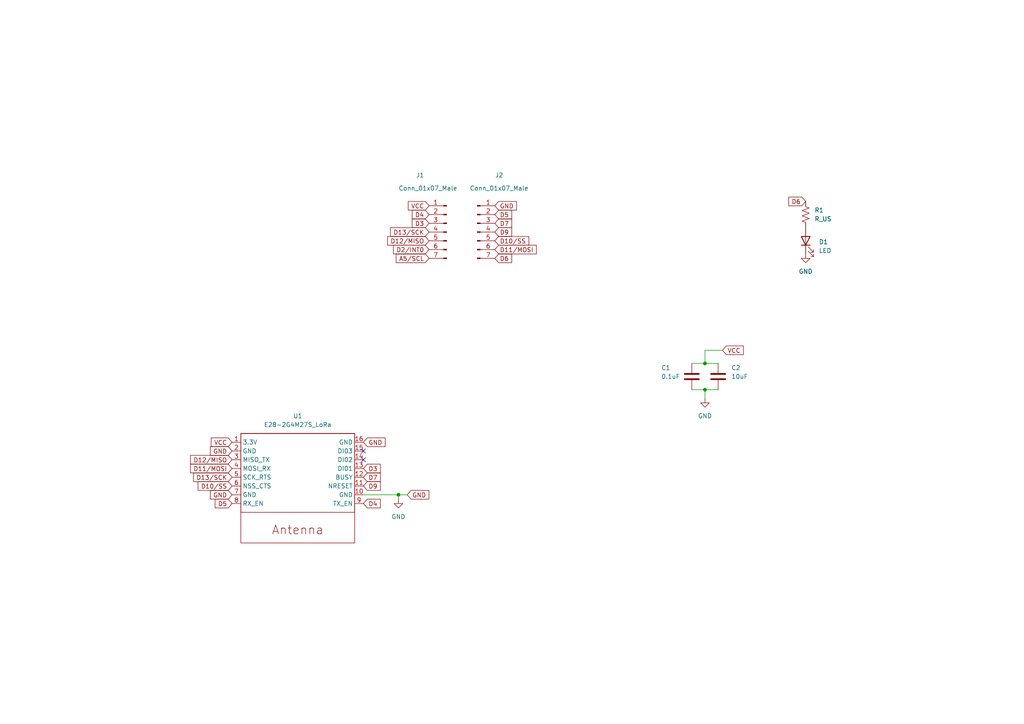
<source format=kicad_sch>
(kicad_sch (version 20211123) (generator eeschema)
  (paper "A4")
  (lib_symbols
    (symbol "Connector:Conn_01x07_Male" (pin_names (offset 1.016) hide)
      (property "Reference" "J" (at 0 10.16 0))
      (property "Value" "Conn_01x07_Male" (at 0 -10.16 0))
      (symbol "Conn_01x07_Male_1_1"
        (polyline (pts (xy 1.27 -7.62) (xy 0.8636 -7.62)) (stroke (width 0.1524)))
        (polyline (pts (xy 1.27 -5.08) (xy 0.8636 -5.08)) (stroke (width 0.1524)))
        (polyline (pts (xy 1.27 -2.54) (xy 0.8636 -2.54)) (stroke (width 0.1524)))
        (polyline (pts (xy 1.27 0) (xy 0.8636 0)) (stroke (width 0.1524)))
        (polyline (pts (xy 1.27 2.54) (xy 0.8636 2.54)) (stroke (width 0.1524)))
        (polyline (pts (xy 1.27 5.08) (xy 0.8636 5.08)) (stroke (width 0.1524)))
        (polyline (pts (xy 1.27 7.62) (xy 0.8636 7.62)) (stroke (width 0.1524)))
        (rectangle (start 0.8636 -7.493) (end 0 -7.747) (stroke (width 0.1524)) (fill (type outline)))
        (rectangle (start 0.8636 -4.953) (end 0 -5.207) (stroke (width 0.1524)) (fill (type outline)))
        (rectangle (start 0.8636 -2.413) (end 0 -2.667) (stroke (width 0.1524)) (fill (type outline)))
        (rectangle (start 0.8636 0.127) (end 0 -0.127) (stroke (width 0.1524)) (fill (type outline)))
        (rectangle (start 0.8636 2.667) (end 0 2.413) (stroke (width 0.1524)) (fill (type outline)))
        (rectangle (start 0.8636 5.207) (end 0 4.953) (stroke (width 0.1524)) (fill (type outline)))
        (rectangle (start 0.8636 7.747) (end 0 7.493) (stroke (width 0.1524)) (fill (type outline)))
        (pin passive line (at 5.08 7.62 180) (length 3.81) (name "Pin_1") (number "1"))
        (pin passive line (at 5.08 5.08 180) (length 3.81) (name "Pin_2") (number "2"))
        (pin passive line (at 5.08 2.54 180) (length 3.81) (name "Pin_3") (number "3"))
        (pin passive line (at 5.08 0 180) (length 3.81) (name "Pin_4") (number "4"))
        (pin passive line (at 5.08 -2.54 180) (length 3.81) (name "Pin_5") (number "5"))
        (pin passive line (at 5.08 -5.08 180) (length 3.81) (name "Pin_6") (number "6"))
        (pin passive line (at 5.08 -7.62 180) (length 3.81) (name "Pin_7") (number "7"))
      )
    )
    (symbol "Device:C" (pin_numbers hide) (pin_names (offset 0.254))
      (property "Reference" "C" (at 0.635 2.54 0))
      (property "Value" "C" (at 0.635 -2.54 0))
      (symbol "C_0_1"
        (polyline (pts (xy -2.032 -0.762) (xy 2.032 -0.762)) (stroke (width 0.508)))
        (polyline (pts (xy -2.032 0.762) (xy 2.032 0.762)) (stroke (width 0.508)))
      )
      (symbol "C_1_1"
        (pin passive line (at 0 3.81 270) (length 2.794) (name "~") (number "1"))
        (pin passive line (at 0 -3.81 90) (length 2.794) (name "~") (number "2"))
      )
    )
    (symbol "Device:LED" (pin_numbers hide) (pin_names (offset 1.016) hide)
      (property "Reference" "D" (at 0 2.54 0))
      (property "Value" "LED" (at 0 -2.54 0))
      (symbol "LED_0_1"
        (polyline (pts (xy -1.27 -1.27) (xy -1.27 1.27)) (stroke (width 0.254)))
        (polyline (pts (xy -1.27 0) (xy 1.27 0)))
        (polyline (pts (xy 1.27 -1.27) (xy 1.27 1.27) (xy -1.27 0) (xy 1.27 -1.27)) (stroke (width 0.254)))
        (polyline (pts (xy -3.048 -0.762) (xy -4.572 -2.286) (xy -3.81 -2.286) (xy -4.572 -2.286) (xy -4.572 -1.524)))
        (polyline (pts (xy -1.778 -0.762) (xy -3.302 -2.286) (xy -2.54 -2.286) (xy -3.302 -2.286) (xy -3.302 -1.524)))
      )
      (symbol "LED_1_1"
        (pin passive line (at -3.81 0 0) (length 2.54) (name "K") (number "1"))
        (pin passive line (at 3.81 0 180) (length 2.54) (name "A") (number "2"))
      )
    )
    (symbol "Device:R_US" (pin_numbers hide) (pin_names (offset 0))
      (property "Reference" "R" (at 2.54 0 90))
      (property "Value" "R_US" (at -2.54 0 90))
      (symbol "R_US_0_1"
        (polyline (pts (xy 0 -2.286) (xy 0 -2.54)))
        (polyline (pts (xy 0 2.286) (xy 0 2.54)))
        (polyline (pts (xy 0 -0.762) (xy 1.016 -1.143) (xy 0 -1.524) (xy -1.016 -1.905) (xy 0 -2.286)))
        (polyline (pts (xy 0 0.762) (xy 1.016 0.381) (xy 0 0) (xy -1.016 -0.381) (xy 0 -0.762)))
        (polyline (pts (xy 0 2.286) (xy 1.016 1.905) (xy 0 1.524) (xy -1.016 1.143) (xy 0 0.762)))
      )
      (symbol "R_US_1_1"
        (pin passive line (at 0 3.81 270) (length 1.27) (name "~") (number "1"))
        (pin passive line (at 0 -3.81 90) (length 1.27) (name "~") (number "2"))
      )
    )
    (symbol "MyNewSymbolLibrary:E28-2G4M27S_LoRa"
      (property "Reference" "U" (at 2.54 -6.35 90))
      (property "Value" "E28-2G4M27S_LoRa" (at -1.27 -5.08 90))
      (symbol "E28-2G4M27S_LoRa_0_0"
        (text "Antenna" (at 0 -21.59 0) (effects (font (size 2.54 2.54))))
      )
      (symbol "E28-2G4M27S_LoRa_0_1"
        (rectangle (start -16.51 6.35) (end 16.51 -25.4))
        (rectangle (start -16.51 6.35) (end 16.51 -16.51))
      )
      (symbol "E28-2G4M27S_LoRa_1_1"
        (pin bidirectional line (at -19.05 3.81 0) (length 2.54) (name "3.3V") (number "1"))
        (pin bidirectional line (at 19.05 -11.43 180) (length 2.54) (name "GND") (number "10"))
        (pin bidirectional line (at 19.05 -8.89 180) (length 2.54) (name "NRESET") (number "11"))
        (pin bidirectional line (at 19.05 -6.35 180) (length 2.54) (name "BUSY") (number "12"))
        (pin bidirectional line (at 19.05 -3.81 180) (length 2.54) (name "DI01") (number "13"))
        (pin bidirectional line (at 19.05 -1.27 180) (length 2.54) (name "DI02") (number "14"))
        (pin bidirectional line (at 19.05 1.27 180) (length 2.54) (name "DI03") (number "15"))
        (pin bidirectional line (at 19.05 3.81 180) (length 2.54) (name "GND") (number "16"))
        (pin bidirectional line (at -19.05 1.27 0) (length 2.54) (name "GND") (number "2"))
        (pin bidirectional line (at -19.05 -1.27 0) (length 2.54) (name "MISO_TX") (number "3"))
        (pin bidirectional line (at -19.05 -3.81 0) (length 2.54) (name "MOSI_RX") (number "4"))
        (pin bidirectional line (at -19.05 -6.35 0) (length 2.54) (name "SCK_RTS") (number "5"))
        (pin bidirectional line (at -19.05 -8.89 0) (length 2.54) (name "NSS_CTS") (number "6"))
        (pin bidirectional line (at -19.05 -11.43 0) (length 2.54) (name "GND") (number "7"))
        (pin bidirectional line (at -19.05 -13.97 0) (length 2.54) (name "RX_EN") (number "8"))
        (pin bidirectional line (at 19.05 -13.97 180) (length 2.54) (name "TX_EN") (number "9"))
      )
    )
    (symbol "power:GND" (power) (pin_names (offset 0))
      (property "Value" "GND" (at 0 -3.81 0))
      (symbol "GND_0_1"
        (polyline (pts (xy 0 0) (xy 0 -1.27) (xy 1.27 -1.27) (xy 0 -2.54) (xy -1.27 -1.27) (xy 0 -1.27)))
      )
      (symbol "GND_1_1"
        (pin power_in line (at 0 0 270) (length 0) hide (name "GND") (number "1"))
      )
    )
  )
  (junction (at 204.47 105.41))
  (junction (at 204.47 113.03))
  (junction (at 115.57 143.51))
  (no_connect (at 105.41 133.35))
  (no_connect (at 105.41 130.81))
  (wire (pts (xy 204.47 105.41) (xy 208.28 105.41)))
  (wire (pts (xy 204.47 113.03) (xy 208.28 113.03)))
  (wire (pts (xy 204.47 101.6) (xy 204.47 105.41)))
  (wire (pts (xy 200.66 113.03) (xy 204.47 113.03)))
  (wire (pts (xy 118.11 143.51) (xy 115.57 143.51)))
  (wire (pts (xy 115.57 143.51) (xy 115.57 144.78)))
  (wire (pts (xy 200.66 105.41) (xy 204.47 105.41)))
  (wire (pts (xy 115.57 143.51) (xy 105.41 143.51)))
  (wire (pts (xy 204.47 115.57) (xy 204.47 113.03)))
  (wire (pts (xy 209.55 101.6) (xy 204.47 101.6)))
  (global_label "D5" (shape input) (at 143.51 62.23 0) (property "Intersheet References" "${INTERSHEET_REFS}" (effects hide)))
  (global_label "D3" (shape input) (at 105.41 135.89 0) (property "Intersheet References" "${INTERSHEET_REFS}" (effects hide)))
  (global_label "VCC" (shape input) (at 67.31 128.27 180) (property "Intersheet References" "${INTERSHEET_REFS}" (effects hide)))
  (global_label "D6" (shape input) (at 143.51 74.93 0) (property "Intersheet References" "${INTERSHEET_REFS}" (effects hide)))
  (global_label "VCC" (shape input) (at 209.55 101.6 0) (property "Intersheet References" "${INTERSHEET_REFS}" (effects hide)))
  (global_label "D9" (shape input) (at 143.51 67.31 0) (property "Intersheet References" "${INTERSHEET_REFS}" (effects hide)))
  (global_label "D13{slash}SCK" (shape input) (at 124.46 67.31 180) (property "Intersheet References" "${INTERSHEET_REFS}" (effects hide)))
  (global_label "D3" (shape input) (at 124.46 64.77 180) (property "Intersheet References" "${INTERSHEET_REFS}" (effects hide)))
  (global_label "D7" (shape input) (at 105.41 138.43 0) (property "Intersheet References" "${INTERSHEET_REFS}" (effects hide)))
  (global_label "VCC" (shape input) (at 124.46 59.69 180) (property "Intersheet References" "${INTERSHEET_REFS}" (effects hide)))
  (global_label "D12{slash}MISO" (shape input) (at 67.31 133.35 180) (property "Intersheet References" "${INTERSHEET_REFS}" (effects hide)))
  (global_label "D7" (shape input) (at 143.51 64.77 0) (property "Intersheet References" "${INTERSHEET_REFS}" (effects hide)))
  (global_label "D2{slash}INT0" (shape input) (at 124.46 72.39 180) (property "Intersheet References" "${INTERSHEET_REFS}" (effects hide)))
  (global_label "GND" (shape input) (at 143.51 59.69 0) (property "Intersheet References" "${INTERSHEET_REFS}" (effects hide)))
  (global_label "GND" (shape input) (at 118.11 143.51 0) (property "Intersheet References" "${INTERSHEET_REFS}" (effects hide)))
  (global_label "D9" (shape input) (at 105.41 140.97 0) (property "Intersheet References" "${INTERSHEET_REFS}" (effects hide)))
  (global_label "D13{slash}SCK" (shape input) (at 67.31 138.43 180) (property "Intersheet References" "${INTERSHEET_REFS}" (effects hide)))
  (global_label "D5" (shape input) (at 67.31 146.05 180) (property "Intersheet References" "${INTERSHEET_REFS}" (effects hide)))
  (global_label "D12{slash}MISO" (shape input) (at 124.46 69.85 180) (property "Intersheet References" "${INTERSHEET_REFS}" (effects hide)))
  (global_label "D4" (shape input) (at 124.46 62.23 180) (property "Intersheet References" "${INTERSHEET_REFS}" (effects hide)))
  (global_label "D10{slash}SS" (shape input) (at 67.31 140.97 180) (property "Intersheet References" "${INTERSHEET_REFS}" (effects hide)))
  (global_label "A5{slash}SCL" (shape input) (at 124.46 74.93 180) (property "Intersheet References" "${INTERSHEET_REFS}" (effects hide)))
  (global_label "GND" (shape input) (at 67.31 130.81 180) (property "Intersheet References" "${INTERSHEET_REFS}" (effects hide)))
  (global_label "D10{slash}SS" (shape input) (at 143.51 69.85 0) (property "Intersheet References" "${INTERSHEET_REFS}" (effects hide)))
  (global_label "D11{slash}MOSI" (shape input) (at 67.31 135.89 180) (property "Intersheet References" "${INTERSHEET_REFS}" (effects hide)))
  (global_label "D11{slash}MOSI" (shape input) (at 143.51 72.39 0) (property "Intersheet References" "${INTERSHEET_REFS}" (effects hide)))
  (global_label "GND" (shape input) (at 67.31 143.51 180) (property "Intersheet References" "${INTERSHEET_REFS}" (effects hide)))
  (global_label "D4" (shape input) (at 105.41 146.05 0) (property "Intersheet References" "${INTERSHEET_REFS}" (effects hide)))
  (global_label "D6" (shape input) (at 233.68 58.42 180) (property "Intersheet References" "${INTERSHEET_REFS}" (effects hide)))
  (global_label "GND" (shape input) (at 105.41 128.27 0) (property "Intersheet References" "${INTERSHEET_REFS}" (effects hide)))
  (symbol (lib_id "power:GND") (at 204.47 115.57 0) (unit 1)
    (property "Reference" "#PWR02" (effects hide))
    (property "Value" "GND" (at 204.47 120.65 0))
  )
  (symbol (lib_id "Device:C") (at 208.28 109.22 0) (unit 1)
    (property "Reference" "C2" (at 212.09 106.68 0) (effects (justify left)))
    (property "Value" "10uF" (at 212.09 109.22 0) (effects (justify left)))
    (property "Footprint" "Capacitor_SMD:C_0805_2012Metric_Pad1.18x1.45mm_HandSolder" (effects hide))
  )
  (symbol (lib_id "power:GND") (at 115.57 144.78 0) (unit 1)
    (property "Reference" "#PWR01" (effects hide))
    (property "Value" "GND" (at 115.57 149.86 0))
  )
  (symbol (lib_id "Device:R_US") (at 233.68 62.23 0) (unit 1)
    (property "Reference" "R1" (at 236.22 60.9599 0) (effects (justify left)))
    (property "Value" "R_US" (at 236.22 63.4999 0) (effects (justify left)))
    (property "Footprint" "Resistor_SMD:R_0805_2012Metric_Pad1.20x1.40mm_HandSolder" (effects hide))
  )
  (symbol (lib_id "Connector:Conn_01x07_Male") (at 138.43 67.31 0) (unit 1)
    (property "Reference" "J2" (at 144.78 50.8 0))
    (property "Value" "Conn_01x07_Male" (at 144.78 54.61 0))
    (property "Footprint" "Connector_PinHeader_2.54mm:PinHeader_1x07_P2.54mm_Vertical" (effects hide))
  )
  (symbol (lib_id "Connector:Conn_01x07_Male") (at 129.54 67.31 0) (mirror y) (unit 1)
    (property "Reference" "J1" (at 120.65 50.8 0) (effects (justify right)))
    (property "Value" "Conn_01x07_Male" (at 115.57 54.61 0) (effects (justify right)))
    (property "Footprint" "Connector_PinHeader_2.54mm:PinHeader_1x07_P2.54mm_Vertical" (effects hide))
  )
  (symbol (lib_id "power:GND") (at 233.68 73.66 0) (unit 1)
    (property "Reference" "#PWR03" (effects hide))
    (property "Value" "GND" (at 233.68 78.74 0))
  )
  (symbol (lib_id "Device:LED") (at 233.68 69.85 90) (unit 1)
    (property "Reference" "D1" (at 237.49 70.1674 90) (effects (justify right)))
    (property "Value" "LED" (at 237.49 72.7074 90) (effects (justify right)))
    (property "Footprint" "LED_SMD:LED_0805_2012Metric_Pad1.15x1.40mm_HandSolder" (effects hide))
  )
  (symbol (lib_id "Device:C") (at 200.66 109.22 0) (unit 1)
    (property "Reference" "C1" (at 191.77 106.68 0) (effects (justify left)))
    (property "Value" "0.1uF" (at 191.77 109.22 0) (effects (justify left)))
    (property "Footprint" "Capacitor_SMD:C_0805_2012Metric_Pad1.18x1.45mm_HandSolder" (effects hide))
  )
  (symbol (lib_id "MyNewSymbolLibrary:E28-2G4M27S_LoRa") (at 86.36 132.08 0) (unit 1)
    (property "Reference" "U1" (at 86.36 120.65 0))
    (property "Value" "E28-2G4M27S_LoRa" (at 86.36 123.19 0))
    (property "Footprint" "MyGlobalLibrary:E28-2G4M27S" (effects hide))
  )
)
</source>
